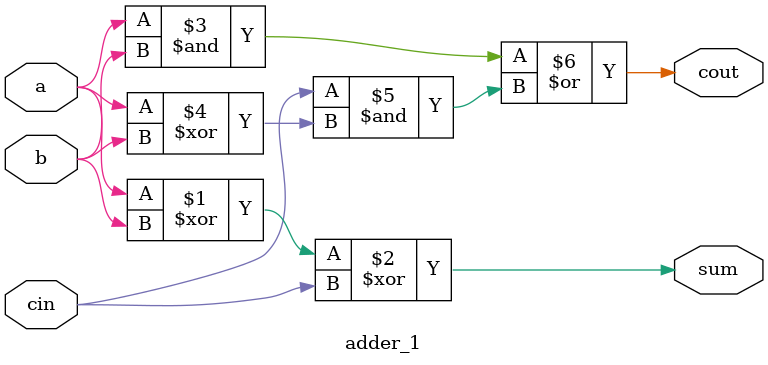
<source format=v>
module top_module( 
    input [2:0] a, b,
    input cin,
    output [2:0] cout,
    output [2:0] sum );
    adder_1 ad0(.a(a[0]), .b(b[0]), .cin(cin), .cout(cout[0]), .sum(sum[0]));
    adder_1 ad1(.a(a[1]), .b(b[1]), .cin(cout[0]), .cout(cout[1]), .sum(sum[1]));
    adder_1 ad2(.a(a[2]), .b(b[2]), .cin(cout[1]), .cout(cout[2]), .sum(sum[2]));

endmodule

module adder_1(input a,b, cin, output cout, sum);
    assign sum = a ^ b ^ cin;
    assign cout = (a & b) | (cin & (a ^ b));
endmodule

</source>
